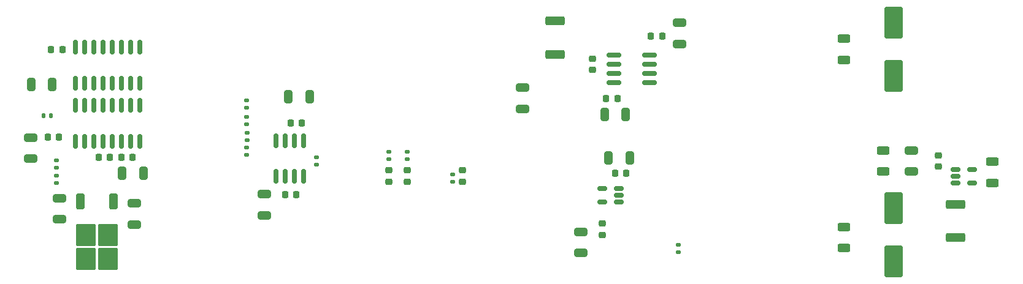
<source format=gbr>
%TF.GenerationSoftware,KiCad,Pcbnew,8.0.2*%
%TF.CreationDate,2024-07-01T04:04:09-07:00*%
%TF.ProjectId,waveform-generator-board,77617665-666f-4726-9d2d-67656e657261,rev?*%
%TF.SameCoordinates,Original*%
%TF.FileFunction,Paste,Top*%
%TF.FilePolarity,Positive*%
%FSLAX46Y46*%
G04 Gerber Fmt 4.6, Leading zero omitted, Abs format (unit mm)*
G04 Created by KiCad (PCBNEW 8.0.2) date 2024-07-01 04:04:09*
%MOMM*%
%LPD*%
G01*
G04 APERTURE LIST*
G04 Aperture macros list*
%AMRoundRect*
0 Rectangle with rounded corners*
0 $1 Rounding radius*
0 $2 $3 $4 $5 $6 $7 $8 $9 X,Y pos of 4 corners*
0 Add a 4 corners polygon primitive as box body*
4,1,4,$2,$3,$4,$5,$6,$7,$8,$9,$2,$3,0*
0 Add four circle primitives for the rounded corners*
1,1,$1+$1,$2,$3*
1,1,$1+$1,$4,$5*
1,1,$1+$1,$6,$7*
1,1,$1+$1,$8,$9*
0 Add four rect primitives between the rounded corners*
20,1,$1+$1,$2,$3,$4,$5,0*
20,1,$1+$1,$4,$5,$6,$7,0*
20,1,$1+$1,$6,$7,$8,$9,0*
20,1,$1+$1,$8,$9,$2,$3,0*%
G04 Aperture macros list end*
%ADD10RoundRect,0.150000X0.150000X-0.825000X0.150000X0.825000X-0.150000X0.825000X-0.150000X-0.825000X0*%
%ADD11RoundRect,0.250000X0.325000X0.650000X-0.325000X0.650000X-0.325000X-0.650000X0.325000X-0.650000X0*%
%ADD12RoundRect,0.150000X0.512500X0.150000X-0.512500X0.150000X-0.512500X-0.150000X0.512500X-0.150000X0*%
%ADD13RoundRect,0.250000X-1.075000X0.362500X-1.075000X-0.362500X1.075000X-0.362500X1.075000X0.362500X0*%
%ADD14RoundRect,0.135000X0.185000X-0.135000X0.185000X0.135000X-0.185000X0.135000X-0.185000X-0.135000X0*%
%ADD15RoundRect,0.135000X-0.185000X0.135000X-0.185000X-0.135000X0.185000X-0.135000X0.185000X0.135000X0*%
%ADD16RoundRect,0.218750X-0.256250X0.218750X-0.256250X-0.218750X0.256250X-0.218750X0.256250X0.218750X0*%
%ADD17RoundRect,0.250000X-0.325000X-0.650000X0.325000X-0.650000X0.325000X0.650000X-0.325000X0.650000X0*%
%ADD18RoundRect,0.250000X-0.650000X0.325000X-0.650000X-0.325000X0.650000X-0.325000X0.650000X0.325000X0*%
%ADD19RoundRect,0.225000X0.250000X-0.225000X0.250000X0.225000X-0.250000X0.225000X-0.250000X-0.225000X0*%
%ADD20RoundRect,0.250000X-0.350000X0.850000X-0.350000X-0.850000X0.350000X-0.850000X0.350000X0.850000X0*%
%ADD21RoundRect,0.250000X-1.125000X1.275000X-1.125000X-1.275000X1.125000X-1.275000X1.125000X1.275000X0*%
%ADD22RoundRect,0.225000X0.225000X0.250000X-0.225000X0.250000X-0.225000X-0.250000X0.225000X-0.250000X0*%
%ADD23RoundRect,0.250000X0.650000X-0.325000X0.650000X0.325000X-0.650000X0.325000X-0.650000X-0.325000X0*%
%ADD24RoundRect,0.135000X0.135000X0.185000X-0.135000X0.185000X-0.135000X-0.185000X0.135000X-0.185000X0*%
%ADD25RoundRect,0.250000X-0.625000X0.312500X-0.625000X-0.312500X0.625000X-0.312500X0.625000X0.312500X0*%
%ADD26RoundRect,0.250000X0.625000X-0.312500X0.625000X0.312500X-0.625000X0.312500X-0.625000X-0.312500X0*%
%ADD27RoundRect,0.225000X-0.225000X-0.250000X0.225000X-0.250000X0.225000X0.250000X-0.225000X0.250000X0*%
%ADD28RoundRect,0.150000X-0.512500X-0.150000X0.512500X-0.150000X0.512500X0.150000X-0.512500X0.150000X0*%
%ADD29RoundRect,0.225000X-0.250000X0.225000X-0.250000X-0.225000X0.250000X-0.225000X0.250000X0.225000X0*%
%ADD30RoundRect,0.150000X-0.825000X-0.150000X0.825000X-0.150000X0.825000X0.150000X-0.825000X0.150000X0*%
%ADD31RoundRect,0.250000X-1.000000X1.950000X-1.000000X-1.950000X1.000000X-1.950000X1.000000X1.950000X0*%
%ADD32RoundRect,0.150000X-0.150000X0.825000X-0.150000X-0.825000X0.150000X-0.825000X0.150000X0.825000X0*%
G04 APERTURE END LIST*
D10*
%TO.C,U3*%
X91154000Y-98920000D03*
X92424000Y-98920000D03*
X93694000Y-98920000D03*
X94964000Y-98920000D03*
X96234000Y-98920000D03*
X97504000Y-98920000D03*
X98774000Y-98920000D03*
X100044000Y-98920000D03*
X100044000Y-93970000D03*
X98774000Y-93970000D03*
X97504000Y-93970000D03*
X96234000Y-93970000D03*
X94964000Y-93970000D03*
X93694000Y-93970000D03*
X92424000Y-93970000D03*
X91154000Y-93970000D03*
%TD*%
D11*
%TO.C,C3*%
X88006000Y-91105000D03*
X85056000Y-91105000D03*
%TD*%
D12*
%TO.C,U6*%
X166174500Y-107346000D03*
X166174500Y-106396000D03*
X166174500Y-105446000D03*
X163899500Y-105446000D03*
X163899500Y-107346000D03*
%TD*%
D13*
%TO.C,R22*%
X212679000Y-107646500D03*
X212679000Y-112271500D03*
%TD*%
D14*
%TO.C,R10*%
X114833000Y-94303000D03*
X114833000Y-93283000D03*
%TD*%
D15*
%TO.C,R1*%
X134420000Y-100389000D03*
X134420000Y-101409000D03*
%TD*%
D16*
%TO.C,D1*%
X134420000Y-102961500D03*
X134420000Y-104536500D03*
%TD*%
D17*
%TO.C,C13*%
X120580000Y-92817000D03*
X123530000Y-92817000D03*
%TD*%
D18*
%TO.C,C22*%
X160954000Y-111453000D03*
X160954000Y-114403000D03*
%TD*%
D14*
%TO.C,R2*%
X136960000Y-101409000D03*
X136960000Y-100389000D03*
%TD*%
D19*
%TO.C,C25*%
X210327000Y-102438000D03*
X210327000Y-100888000D03*
%TD*%
D20*
%TO.C,U1*%
X96423000Y-107246000D03*
D21*
X95668000Y-111871000D03*
X92618000Y-111871000D03*
X95668000Y-115221000D03*
X92618000Y-115221000D03*
D20*
X91863000Y-107246000D03*
%TD*%
D22*
%TO.C,C6*%
X88902000Y-98365000D03*
X87352000Y-98365000D03*
%TD*%
D10*
%TO.C,U2*%
X91154000Y-90870000D03*
X92424000Y-90870000D03*
X93694000Y-90870000D03*
X94964000Y-90870000D03*
X96234000Y-90870000D03*
X97504000Y-90870000D03*
X98774000Y-90870000D03*
X100044000Y-90870000D03*
X100044000Y-85920000D03*
X98774000Y-85920000D03*
X97504000Y-85920000D03*
X96234000Y-85920000D03*
X94964000Y-85920000D03*
X93694000Y-85920000D03*
X92424000Y-85920000D03*
X91154000Y-85920000D03*
%TD*%
D22*
%TO.C,C10*%
X121680000Y-106363000D03*
X120130000Y-106363000D03*
%TD*%
D23*
%TO.C,C12*%
X117303000Y-109160000D03*
X117303000Y-106210000D03*
%TD*%
D24*
%TO.C,R6*%
X87811000Y-95381000D03*
X86791000Y-95381000D03*
%TD*%
D23*
%TO.C,C24*%
X206599000Y-103138000D03*
X206599000Y-100188000D03*
%TD*%
D15*
%TO.C,R17*%
X174385000Y-113291000D03*
X174385000Y-114311000D03*
%TD*%
D25*
%TO.C,R18*%
X217739000Y-101750500D03*
X217739000Y-104675500D03*
%TD*%
D15*
%TO.C,R11*%
X124469000Y-101155000D03*
X124469000Y-102175000D03*
%TD*%
D26*
%TO.C,R15*%
X202707000Y-103125500D03*
X202707000Y-100200500D03*
%TD*%
D27*
%TO.C,C8*%
X94416000Y-101121000D03*
X95966000Y-101121000D03*
%TD*%
D28*
%TO.C,U7*%
X212667500Y-102823000D03*
X212667500Y-103773000D03*
X212667500Y-104723000D03*
X214942500Y-104723000D03*
X214942500Y-102823000D03*
%TD*%
D14*
%TO.C,R8*%
X114861000Y-98775000D03*
X114861000Y-97755000D03*
%TD*%
%TO.C,R3*%
X143236000Y-104560000D03*
X143236000Y-103540000D03*
%TD*%
D29*
%TO.C,C14*%
X162525000Y-87504000D03*
X162525000Y-89054000D03*
%TD*%
D18*
%TO.C,C2*%
X88997000Y-106792000D03*
X88997000Y-109742000D03*
%TD*%
%TO.C,C15*%
X152871000Y-91480000D03*
X152871000Y-94430000D03*
%TD*%
D11*
%TO.C,C23*%
X167737000Y-101200000D03*
X164787000Y-101200000D03*
%TD*%
%TO.C,C31*%
X167162000Y-95241000D03*
X164212000Y-95241000D03*
%TD*%
D27*
%TO.C,C11*%
X120902000Y-96457000D03*
X122452000Y-96457000D03*
%TD*%
D13*
%TO.C,R12*%
X157419000Y-82316500D03*
X157419000Y-86941500D03*
%TD*%
D30*
%TO.C,U8*%
X165488000Y-87020000D03*
X165488000Y-88290000D03*
X165488000Y-89560000D03*
X165488000Y-90830000D03*
X170438000Y-90830000D03*
X170438000Y-89560000D03*
X170438000Y-88290000D03*
X170438000Y-87020000D03*
%TD*%
D18*
%TO.C,C1*%
X99311000Y-107484000D03*
X99311000Y-110434000D03*
%TD*%
D22*
%TO.C,C4*%
X89378000Y-86283000D03*
X87828000Y-86283000D03*
%TD*%
D11*
%TO.C,C9*%
X100554000Y-103329000D03*
X97604000Y-103329000D03*
%TD*%
D31*
%TO.C,C27*%
X204120000Y-108147000D03*
X204120000Y-115547000D03*
%TD*%
D16*
%TO.C,D3*%
X144580000Y-102961500D03*
X144580000Y-104536500D03*
%TD*%
D22*
%TO.C,C28*%
X172176000Y-84387000D03*
X170626000Y-84387000D03*
%TD*%
D14*
%TO.C,R4*%
X88551000Y-104747000D03*
X88551000Y-103727000D03*
%TD*%
D23*
%TO.C,C5*%
X85035000Y-101366000D03*
X85035000Y-98416000D03*
%TD*%
%TO.C,C30*%
X174593000Y-85508000D03*
X174593000Y-82558000D03*
%TD*%
D16*
%TO.C,D2*%
X136960000Y-102961500D03*
X136960000Y-104536500D03*
%TD*%
D25*
%TO.C,R24*%
X197282000Y-84761500D03*
X197282000Y-87686500D03*
%TD*%
D32*
%TO.C,U4*%
X122648000Y-98846000D03*
X121378000Y-98846000D03*
X120108000Y-98846000D03*
X118838000Y-98846000D03*
X118838000Y-103796000D03*
X120108000Y-103796000D03*
X121378000Y-103796000D03*
X122648000Y-103796000D03*
%TD*%
D14*
%TO.C,R9*%
X114831000Y-96621000D03*
X114831000Y-95601000D03*
%TD*%
D22*
%TO.C,C29*%
X166008000Y-93033000D03*
X164458000Y-93033000D03*
%TD*%
%TO.C,C21*%
X167247000Y-103368000D03*
X165697000Y-103368000D03*
%TD*%
D29*
%TO.C,C20*%
X163924000Y-110323000D03*
X163924000Y-111873000D03*
%TD*%
D31*
%TO.C,C26*%
X204120000Y-82537000D03*
X204120000Y-89937000D03*
%TD*%
D14*
%TO.C,R7*%
X114843000Y-100839000D03*
X114843000Y-99819000D03*
%TD*%
D22*
%TO.C,C7*%
X99076000Y-101121000D03*
X97526000Y-101121000D03*
%TD*%
D25*
%TO.C,R25*%
X197282000Y-110780500D03*
X197282000Y-113705500D03*
%TD*%
D14*
%TO.C,R5*%
X88551000Y-102585000D03*
X88551000Y-101565000D03*
%TD*%
M02*

</source>
